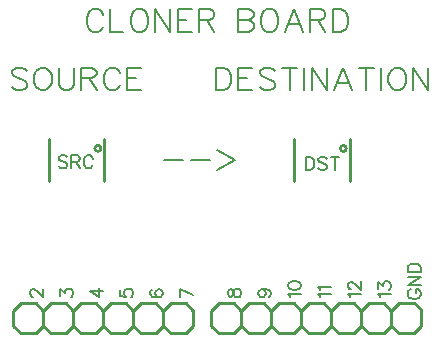
<source format=gto>
G04 Layer: TopSilkscreenLayer*
G04 EasyEDA v6.5.13, 2022-08-17 10:47:09*
G04 b7dc3e68d0514606a91ca319f37642e0,153482dac41149f1974aef67bcea995d,10*
G04 Gerber Generator version 0.2*
G04 Scale: 100 percent, Rotated: No, Reflected: No *
G04 Dimensions in millimeters *
G04 leading zeros omitted , absolute positions ,4 integer and 5 decimal *
%FSLAX45Y45*%
%MOMM*%

%ADD10C,0.2032*%
%ADD11C,0.1524*%
%ADD12C,0.2540*%

%LPD*%
D10*
X1281429Y2825737D02*
G01*
X1272286Y2844279D01*
X1253744Y2862821D01*
X1235455Y2871965D01*
X1198371Y2871965D01*
X1179829Y2862821D01*
X1161542Y2844279D01*
X1152144Y2825737D01*
X1143000Y2798051D01*
X1143000Y2752077D01*
X1152144Y2724137D01*
X1161542Y2705849D01*
X1179829Y2687307D01*
X1198371Y2678163D01*
X1235455Y2678163D01*
X1253744Y2687307D01*
X1272286Y2705849D01*
X1281429Y2724137D01*
X1342389Y2871965D02*
G01*
X1342389Y2678163D01*
X1342389Y2678163D02*
G01*
X1453387Y2678163D01*
X1569720Y2871965D02*
G01*
X1551178Y2862821D01*
X1532889Y2844279D01*
X1523492Y2825737D01*
X1514347Y2798051D01*
X1514347Y2752077D01*
X1523492Y2724137D01*
X1532889Y2705849D01*
X1551178Y2687307D01*
X1569720Y2678163D01*
X1606550Y2678163D01*
X1625092Y2687307D01*
X1643634Y2705849D01*
X1652778Y2724137D01*
X1662176Y2752077D01*
X1662176Y2798051D01*
X1652778Y2825737D01*
X1643634Y2844279D01*
X1625092Y2862821D01*
X1606550Y2871965D01*
X1569720Y2871965D01*
X1723136Y2871965D02*
G01*
X1723136Y2678163D01*
X1723136Y2871965D02*
G01*
X1852421Y2678163D01*
X1852421Y2871965D02*
G01*
X1852421Y2678163D01*
X1913381Y2871965D02*
G01*
X1913381Y2678163D01*
X1913381Y2871965D02*
G01*
X2033270Y2871965D01*
X1913381Y2779763D02*
G01*
X1987295Y2779763D01*
X1913381Y2678163D02*
G01*
X2033270Y2678163D01*
X2094229Y2871965D02*
G01*
X2094229Y2678163D01*
X2094229Y2871965D02*
G01*
X2177541Y2871965D01*
X2205227Y2862821D01*
X2214372Y2853677D01*
X2223770Y2835135D01*
X2223770Y2816593D01*
X2214372Y2798051D01*
X2205227Y2788907D01*
X2177541Y2779763D01*
X2094229Y2779763D01*
X2159000Y2779763D02*
G01*
X2223770Y2678163D01*
X2426970Y2871965D02*
G01*
X2426970Y2678163D01*
X2426970Y2871965D02*
G01*
X2510027Y2871965D01*
X2537713Y2862821D01*
X2546858Y2853677D01*
X2556256Y2835135D01*
X2556256Y2816593D01*
X2546858Y2798051D01*
X2537713Y2788907D01*
X2510027Y2779763D01*
X2426970Y2779763D02*
G01*
X2510027Y2779763D01*
X2537713Y2770365D01*
X2546858Y2761221D01*
X2556256Y2742679D01*
X2556256Y2714993D01*
X2546858Y2696451D01*
X2537713Y2687307D01*
X2510027Y2678163D01*
X2426970Y2678163D01*
X2672588Y2871965D02*
G01*
X2654045Y2862821D01*
X2635504Y2844279D01*
X2626359Y2825737D01*
X2617215Y2798051D01*
X2617215Y2752077D01*
X2626359Y2724137D01*
X2635504Y2705849D01*
X2654045Y2687307D01*
X2672588Y2678163D01*
X2709418Y2678163D01*
X2727959Y2687307D01*
X2746502Y2705849D01*
X2755645Y2724137D01*
X2764790Y2752077D01*
X2764790Y2798051D01*
X2755645Y2825737D01*
X2746502Y2844279D01*
X2727959Y2862821D01*
X2709418Y2871965D01*
X2672588Y2871965D01*
X2899663Y2871965D02*
G01*
X2825750Y2678163D01*
X2899663Y2871965D02*
G01*
X2973577Y2678163D01*
X2853690Y2742679D02*
G01*
X2945891Y2742679D01*
X3034538Y2871965D02*
G01*
X3034538Y2678163D01*
X3034538Y2871965D02*
G01*
X3117850Y2871965D01*
X3145536Y2862821D01*
X3154679Y2853677D01*
X3163824Y2835135D01*
X3163824Y2816593D01*
X3154679Y2798051D01*
X3145536Y2788907D01*
X3117850Y2779763D01*
X3034538Y2779763D01*
X3099308Y2779763D02*
G01*
X3163824Y2678163D01*
X3224784Y2871965D02*
G01*
X3224784Y2678163D01*
X3224784Y2871965D02*
G01*
X3289554Y2871965D01*
X3317240Y2862821D01*
X3335781Y2844279D01*
X3344925Y2825737D01*
X3354070Y2798051D01*
X3354070Y2752077D01*
X3344925Y2724137D01*
X3335781Y2705849D01*
X3317240Y2687307D01*
X3289554Y2678163D01*
X3224784Y2678163D01*
X2235200Y2376665D02*
G01*
X2235200Y2182863D01*
X2235200Y2376665D02*
G01*
X2299970Y2376665D01*
X2327656Y2367521D01*
X2345943Y2348979D01*
X2355341Y2330437D01*
X2364486Y2302751D01*
X2364486Y2256777D01*
X2355341Y2228837D01*
X2345943Y2210549D01*
X2327656Y2192007D01*
X2299970Y2182863D01*
X2235200Y2182863D01*
X2425445Y2376665D02*
G01*
X2425445Y2182863D01*
X2425445Y2376665D02*
G01*
X2545588Y2376665D01*
X2425445Y2284463D02*
G01*
X2499359Y2284463D01*
X2425445Y2182863D02*
G01*
X2545588Y2182863D01*
X2735834Y2348979D02*
G01*
X2717291Y2367521D01*
X2689606Y2376665D01*
X2652775Y2376665D01*
X2625090Y2367521D01*
X2606547Y2348979D01*
X2606547Y2330437D01*
X2615691Y2312149D01*
X2625090Y2302751D01*
X2643377Y2293607D01*
X2698750Y2275065D01*
X2717291Y2265921D01*
X2726690Y2256777D01*
X2735834Y2238235D01*
X2735834Y2210549D01*
X2717291Y2192007D01*
X2689606Y2182863D01*
X2652775Y2182863D01*
X2625090Y2192007D01*
X2606547Y2210549D01*
X2861309Y2376665D02*
G01*
X2861309Y2182863D01*
X2796793Y2376665D02*
G01*
X2926079Y2376665D01*
X2987040Y2376665D02*
G01*
X2987040Y2182863D01*
X3048000Y2376665D02*
G01*
X3048000Y2182863D01*
X3048000Y2376665D02*
G01*
X3177286Y2182863D01*
X3177286Y2376665D02*
G01*
X3177286Y2182863D01*
X3312159Y2376665D02*
G01*
X3238245Y2182863D01*
X3312159Y2376665D02*
G01*
X3386074Y2182863D01*
X3265931Y2247379D02*
G01*
X3358388Y2247379D01*
X3511550Y2376665D02*
G01*
X3511550Y2182863D01*
X3447034Y2376665D02*
G01*
X3576320Y2376665D01*
X3637279Y2376665D02*
G01*
X3637279Y2182863D01*
X3753611Y2376665D02*
G01*
X3735070Y2367521D01*
X3716781Y2348979D01*
X3707384Y2330437D01*
X3698240Y2302751D01*
X3698240Y2256777D01*
X3707384Y2228837D01*
X3716781Y2210549D01*
X3735070Y2192007D01*
X3753611Y2182863D01*
X3790695Y2182863D01*
X3808984Y2192007D01*
X3827525Y2210549D01*
X3836670Y2228837D01*
X3846068Y2256777D01*
X3846068Y2302751D01*
X3836670Y2330437D01*
X3827525Y2348979D01*
X3808984Y2367521D01*
X3790695Y2376665D01*
X3753611Y2376665D01*
X3907027Y2376665D02*
G01*
X3907027Y2182863D01*
X3907027Y2376665D02*
G01*
X4036313Y2182863D01*
X4036313Y2376665D02*
G01*
X4036313Y2182863D01*
X1795531Y1593837D02*
G01*
X1961901Y1593837D01*
X2022861Y1593837D02*
G01*
X2188977Y1593837D01*
X2249937Y1676895D02*
G01*
X2397765Y1593837D01*
X2249937Y1510779D01*
X637286Y2348979D02*
G01*
X618744Y2367521D01*
X591057Y2376665D01*
X554228Y2376665D01*
X526542Y2367521D01*
X508000Y2348979D01*
X508000Y2330437D01*
X517144Y2312149D01*
X526542Y2302751D01*
X544829Y2293607D01*
X600455Y2275065D01*
X618744Y2265921D01*
X628142Y2256777D01*
X637286Y2238235D01*
X637286Y2210549D01*
X618744Y2192007D01*
X591057Y2182863D01*
X554228Y2182863D01*
X526542Y2192007D01*
X508000Y2210549D01*
X753618Y2376665D02*
G01*
X735329Y2367521D01*
X716787Y2348979D01*
X707389Y2330437D01*
X698245Y2302751D01*
X698245Y2256777D01*
X707389Y2228837D01*
X716787Y2210549D01*
X735329Y2192007D01*
X753618Y2182863D01*
X790702Y2182863D01*
X808989Y2192007D01*
X827531Y2210549D01*
X836929Y2228837D01*
X846073Y2256777D01*
X846073Y2302751D01*
X836929Y2330437D01*
X827531Y2348979D01*
X808989Y2367521D01*
X790702Y2376665D01*
X753618Y2376665D01*
X907034Y2376665D02*
G01*
X907034Y2238235D01*
X916178Y2210549D01*
X934720Y2192007D01*
X962405Y2182863D01*
X980947Y2182863D01*
X1008634Y2192007D01*
X1027176Y2210549D01*
X1036320Y2238235D01*
X1036320Y2376665D01*
X1097279Y2376665D02*
G01*
X1097279Y2182863D01*
X1097279Y2376665D02*
G01*
X1180337Y2376665D01*
X1208023Y2367521D01*
X1217421Y2358377D01*
X1226565Y2339835D01*
X1226565Y2321293D01*
X1217421Y2302751D01*
X1208023Y2293607D01*
X1180337Y2284463D01*
X1097279Y2284463D01*
X1162050Y2284463D02*
G01*
X1226565Y2182863D01*
X1426210Y2330437D02*
G01*
X1416812Y2348979D01*
X1398270Y2367521D01*
X1379981Y2376665D01*
X1342897Y2376665D01*
X1324610Y2367521D01*
X1306068Y2348979D01*
X1296670Y2330437D01*
X1287526Y2302751D01*
X1287526Y2256777D01*
X1296670Y2228837D01*
X1306068Y2210549D01*
X1324610Y2192007D01*
X1342897Y2182863D01*
X1379981Y2182863D01*
X1398270Y2192007D01*
X1416812Y2210549D01*
X1426210Y2228837D01*
X1487170Y2376665D02*
G01*
X1487170Y2182863D01*
X1487170Y2376665D02*
G01*
X1607057Y2376665D01*
X1487170Y2284463D02*
G01*
X1560829Y2284463D01*
X1487170Y2182863D02*
G01*
X1607057Y2182863D01*
D11*
X688911Y437108D02*
G01*
X683577Y437108D01*
X672909Y442442D01*
X667575Y447776D01*
X662241Y458444D01*
X662241Y479526D01*
X667575Y490194D01*
X672909Y495528D01*
X683577Y500862D01*
X694245Y500862D01*
X704659Y495528D01*
X720661Y484860D01*
X773747Y431774D01*
X773747Y506196D01*
X916241Y442442D02*
G01*
X916241Y500862D01*
X958659Y468858D01*
X958659Y484860D01*
X963993Y495528D01*
X969327Y500862D01*
X985329Y506196D01*
X995997Y506196D01*
X1011745Y500862D01*
X1022413Y490194D01*
X1027747Y474192D01*
X1027747Y458444D01*
X1022413Y442442D01*
X1017079Y437108D01*
X1006665Y431774D01*
X1170241Y484860D02*
G01*
X1244663Y431774D01*
X1244663Y511530D01*
X1170241Y484860D02*
G01*
X1281747Y484860D01*
X1424241Y495528D02*
G01*
X1424241Y442442D01*
X1471993Y437108D01*
X1466659Y442442D01*
X1461325Y458444D01*
X1461325Y474192D01*
X1466659Y490194D01*
X1477327Y500862D01*
X1493329Y506196D01*
X1503997Y506196D01*
X1519745Y500862D01*
X1530413Y490194D01*
X1535747Y474192D01*
X1535747Y458444D01*
X1530413Y442442D01*
X1525079Y437108D01*
X1514665Y431774D01*
X1694243Y495528D02*
G01*
X1683575Y490194D01*
X1678241Y474192D01*
X1678241Y463524D01*
X1683575Y447776D01*
X1699577Y437108D01*
X1725993Y431774D01*
X1752663Y431774D01*
X1773745Y437108D01*
X1784413Y447776D01*
X1789747Y463524D01*
X1789747Y468858D01*
X1784413Y484860D01*
X1773745Y495528D01*
X1757997Y500862D01*
X1752663Y500862D01*
X1736661Y495528D01*
X1725993Y484860D01*
X1720659Y468858D01*
X1720659Y463524D01*
X1725993Y447776D01*
X1736661Y437108D01*
X1752663Y431774D01*
X1932241Y506196D02*
G01*
X2043747Y453110D01*
X1932241Y431774D02*
G01*
X1932241Y506196D01*
X2338641Y458444D02*
G01*
X2343975Y442442D01*
X2354643Y437108D01*
X2365311Y437108D01*
X2375725Y442442D01*
X2381059Y453110D01*
X2386393Y474192D01*
X2391727Y490194D01*
X2402395Y500862D01*
X2413063Y506196D01*
X2429065Y506196D01*
X2439479Y500862D01*
X2444813Y495528D01*
X2450147Y479526D01*
X2450147Y458444D01*
X2444813Y442442D01*
X2439479Y437108D01*
X2429065Y431774D01*
X2413063Y431774D01*
X2402395Y437108D01*
X2391727Y447776D01*
X2386393Y463524D01*
X2381059Y484860D01*
X2375725Y495528D01*
X2365311Y500862D01*
X2354643Y500862D01*
X2343975Y495528D01*
X2338641Y479526D01*
X2338641Y458444D01*
X2629725Y500862D02*
G01*
X2645727Y495528D01*
X2656395Y484860D01*
X2661729Y468858D01*
X2661729Y463524D01*
X2656395Y447776D01*
X2645727Y437108D01*
X2629725Y431774D01*
X2624645Y431774D01*
X2608643Y437108D01*
X2597975Y447776D01*
X2592641Y463524D01*
X2592641Y468858D01*
X2597975Y484860D01*
X2608643Y495528D01*
X2629725Y500862D01*
X2656395Y500862D01*
X2683065Y495528D01*
X2698813Y484860D01*
X2704147Y468858D01*
X2704147Y458444D01*
X2698813Y442442D01*
X2688145Y437108D01*
X2867977Y431774D02*
G01*
X2862643Y442442D01*
X2846641Y458444D01*
X2958147Y458444D01*
X2846641Y525246D02*
G01*
X2851975Y509244D01*
X2867977Y498576D01*
X2894393Y493496D01*
X2910395Y493496D01*
X2937065Y498576D01*
X2952813Y509244D01*
X2958147Y525246D01*
X2958147Y535914D01*
X2952813Y551916D01*
X2937065Y562330D01*
X2910395Y567664D01*
X2894393Y567664D01*
X2867977Y562330D01*
X2851975Y551916D01*
X2846641Y535914D01*
X2846641Y525246D01*
X3121977Y431774D02*
G01*
X3116643Y442442D01*
X3100641Y458444D01*
X3212147Y458444D01*
X3121977Y493496D02*
G01*
X3116643Y503910D01*
X3100641Y519912D01*
X3212147Y519912D01*
X3375977Y431774D02*
G01*
X3370643Y442442D01*
X3354641Y458444D01*
X3466147Y458444D01*
X3381311Y498576D02*
G01*
X3375977Y498576D01*
X3365309Y503910D01*
X3359975Y509244D01*
X3354641Y519912D01*
X3354641Y541248D01*
X3359975Y551916D01*
X3365309Y556996D01*
X3375977Y562330D01*
X3386645Y562330D01*
X3397059Y556996D01*
X3413061Y546582D01*
X3466147Y493496D01*
X3466147Y567664D01*
X3629977Y431774D02*
G01*
X3624643Y442442D01*
X3608641Y458444D01*
X3720147Y458444D01*
X3608641Y503910D02*
G01*
X3608641Y562330D01*
X3651059Y530580D01*
X3651059Y546582D01*
X3656393Y556996D01*
X3661727Y562330D01*
X3677729Y567664D01*
X3688397Y567664D01*
X3704145Y562330D01*
X3714813Y551916D01*
X3720147Y535914D01*
X3720147Y519912D01*
X3714813Y503910D01*
X3709479Y498576D01*
X3699065Y493496D01*
X3886771Y498830D02*
G01*
X3876103Y493496D01*
X3865435Y482828D01*
X3860101Y472160D01*
X3860101Y450824D01*
X3865435Y440410D01*
X3876103Y429742D01*
X3886771Y424408D01*
X3902519Y419074D01*
X3929189Y419074D01*
X3945191Y424408D01*
X3955605Y429742D01*
X3966273Y440410D01*
X3971607Y450824D01*
X3971607Y472160D01*
X3966273Y482828D01*
X3955605Y493496D01*
X3945191Y498830D01*
X3929189Y498830D01*
X3929189Y472160D02*
G01*
X3929189Y498830D01*
X3860101Y533882D02*
G01*
X3971607Y533882D01*
X3860101Y533882D02*
G01*
X3971607Y608050D01*
X3860101Y608050D02*
G01*
X3971607Y608050D01*
X3860101Y643102D02*
G01*
X3971607Y643102D01*
X3860101Y643102D02*
G01*
X3860101Y680440D01*
X3865435Y696188D01*
X3876103Y706856D01*
X3886771Y712190D01*
X3902519Y717524D01*
X3929189Y717524D01*
X3945191Y712190D01*
X3955605Y706856D01*
X3966273Y696188D01*
X3971607Y680440D01*
X3971607Y643102D01*
X2996059Y1620253D02*
G01*
X2996059Y1511287D01*
X2996059Y1620253D02*
G01*
X3032381Y1620253D01*
X3048129Y1615173D01*
X3058289Y1604759D01*
X3063623Y1594345D01*
X3068703Y1578597D01*
X3068703Y1552689D01*
X3063623Y1537195D01*
X3058289Y1526781D01*
X3048129Y1516367D01*
X3032381Y1511287D01*
X2996059Y1511287D01*
X3175891Y1604759D02*
G01*
X3165477Y1615173D01*
X3149729Y1620253D01*
X3129155Y1620253D01*
X3113407Y1615173D01*
X3102993Y1604759D01*
X3102993Y1594345D01*
X3108327Y1583931D01*
X3113407Y1578597D01*
X3123821Y1573517D01*
X3155063Y1563103D01*
X3165477Y1558023D01*
X3170557Y1552689D01*
X3175891Y1542275D01*
X3175891Y1526781D01*
X3165477Y1516367D01*
X3149729Y1511287D01*
X3129155Y1511287D01*
X3113407Y1516367D01*
X3102993Y1526781D01*
X3246503Y1620253D02*
G01*
X3246503Y1511287D01*
X3210181Y1620253D02*
G01*
X3282825Y1620253D01*
X977772Y1617459D02*
G01*
X967359Y1627873D01*
X951864Y1632953D01*
X931037Y1632953D01*
X915543Y1627873D01*
X905129Y1617459D01*
X905129Y1607045D01*
X910209Y1596631D01*
X915543Y1591297D01*
X925956Y1586217D01*
X957198Y1575803D01*
X967359Y1570723D01*
X972693Y1565389D01*
X977772Y1554975D01*
X977772Y1539481D01*
X967359Y1529067D01*
X951864Y1523987D01*
X931037Y1523987D01*
X915543Y1529067D01*
X905129Y1539481D01*
X1012062Y1632953D02*
G01*
X1012062Y1523987D01*
X1012062Y1632953D02*
G01*
X1058798Y1632953D01*
X1074546Y1627873D01*
X1079627Y1622539D01*
X1084961Y1612125D01*
X1084961Y1601711D01*
X1079627Y1591297D01*
X1074546Y1586217D01*
X1058798Y1581137D01*
X1012062Y1581137D01*
X1048638Y1581137D02*
G01*
X1084961Y1523987D01*
X1197229Y1607045D02*
G01*
X1191895Y1617459D01*
X1181480Y1627873D01*
X1171067Y1632953D01*
X1150238Y1632953D01*
X1140079Y1627873D01*
X1129664Y1617459D01*
X1124330Y1607045D01*
X1119251Y1591297D01*
X1119251Y1565389D01*
X1124330Y1549895D01*
X1129664Y1539481D01*
X1140079Y1529067D01*
X1150238Y1523987D01*
X1171067Y1523987D01*
X1181480Y1529067D01*
X1191895Y1539481D01*
X1197229Y1549895D01*
D12*
X1792820Y317500D02*
G01*
X1856320Y381000D01*
X1983320Y381000D01*
X2046820Y317500D01*
X2046820Y190500D01*
X1983320Y127000D01*
X1856320Y127000D01*
X1792820Y190500D01*
X586295Y127000D02*
G01*
X522795Y190500D01*
X522820Y317500D01*
X586320Y381000D01*
X713320Y381000D01*
X776820Y317500D01*
X840320Y381000D01*
X967320Y381000D01*
X1030820Y317500D01*
X1094320Y381000D01*
X1221320Y381000D01*
X1284820Y317500D01*
X1348320Y381000D01*
X1475320Y381000D01*
X1538820Y317500D01*
X1602320Y381000D01*
X1729320Y381000D01*
X1792820Y317500D01*
X1792820Y190500D01*
X1729320Y127000D01*
X1602320Y127000D01*
X1538820Y190500D01*
X1538820Y317500D01*
X1538820Y190500D02*
G01*
X1475320Y127000D01*
X1348320Y127000D01*
X1284820Y190500D01*
X1221320Y127000D01*
X1094320Y127000D01*
X1030820Y190500D01*
X967320Y127000D01*
X840320Y127000D01*
X776820Y190500D01*
X713320Y127000D01*
X586320Y127000D01*
X522820Y190500D01*
X522795Y317500D01*
X586295Y381000D01*
X713295Y381000D01*
X776820Y317500D02*
G01*
X776820Y190500D01*
X1284820Y317500D02*
G01*
X1284820Y190500D01*
X1030820Y317500D02*
G01*
X1030820Y190500D01*
X3786695Y126987D02*
G01*
X3913695Y126987D01*
X3977195Y190487D01*
X3913695Y126987D01*
X3786695Y126987D01*
X3723195Y190487D01*
X3659695Y126987D01*
X3532695Y126987D01*
X3469195Y190487D01*
X3405695Y126987D01*
X3278695Y126987D01*
X3215195Y190487D01*
X3151695Y126987D01*
X3024695Y126987D01*
X2961195Y190487D01*
X2897695Y126987D01*
X2770695Y126987D01*
X2707195Y190487D01*
X2643695Y126987D01*
X2516695Y126987D01*
X2453195Y190487D01*
X2389695Y126987D01*
X2262695Y126987D01*
X2199195Y190487D01*
X2199195Y317487D01*
X2262695Y380987D01*
X2389695Y380987D01*
X2453195Y317487D01*
X2516695Y380987D01*
X2643695Y380987D01*
X2707195Y317487D01*
X2770695Y380987D01*
X2897695Y380987D01*
X2961195Y317487D01*
X3024695Y380987D01*
X3151695Y380987D01*
X3215195Y317487D01*
X3278695Y380987D01*
X3405695Y380987D01*
X3469195Y317487D01*
X3532695Y380987D01*
X3659695Y380987D01*
X3723195Y317487D01*
X3786695Y380987D01*
X3913695Y380987D01*
X3977195Y330187D01*
X3977195Y190487D01*
X3913695Y126987D01*
X2707195Y317500D02*
G01*
X2707195Y190500D01*
X2453195Y317500D02*
G01*
X2453195Y190500D01*
X2961195Y317500D02*
G01*
X2961195Y190500D01*
X3469195Y317500D02*
G01*
X3469195Y190500D01*
X3215195Y317500D02*
G01*
X3215195Y190500D01*
X3723195Y317500D02*
G01*
X3723195Y190500D01*
X2899539Y1774177D02*
G01*
X2899539Y1413497D01*
X3371979Y1413497D02*
G01*
X3371979Y1774177D01*
X821309Y1774177D02*
G01*
X821309Y1413497D01*
X1293748Y1413497D02*
G01*
X1293748Y1774177D01*
G75*
G01
X3341500Y1692897D02*
G03X3341500Y1692897I-25400J0D01*
G75*
G01
X1263269Y1692897D02*
G03X1263269Y1692897I-25400J0D01*
M02*

</source>
